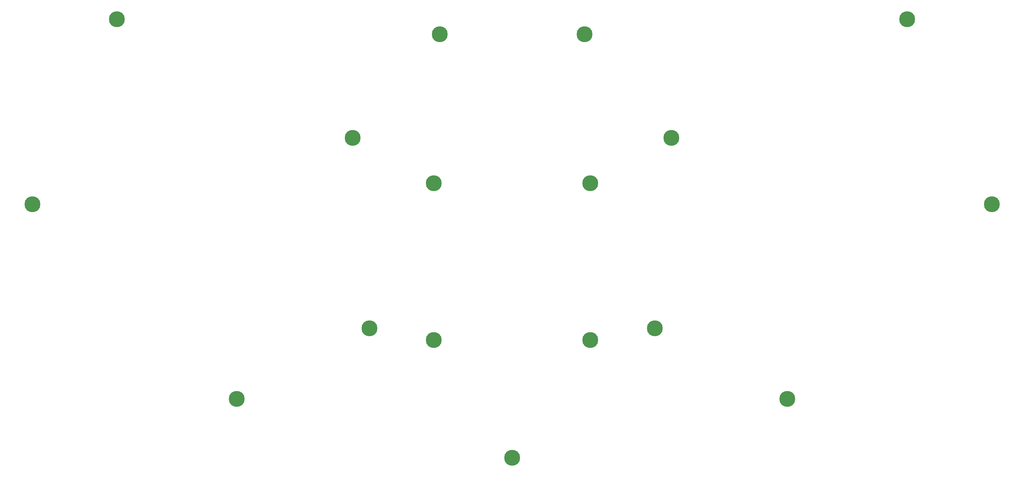
<source format=gbr>
%TF.GenerationSoftware,KiCad,Pcbnew,8.0.1*%
%TF.CreationDate,2024-05-19T15:37:59+09:00*%
%TF.ProjectId,top_plate,746f705f-706c-4617-9465-2e6b69636164,v1.0.0*%
%TF.SameCoordinates,Original*%
%TF.FileFunction,Soldermask,Bot*%
%TF.FilePolarity,Negative*%
%FSLAX46Y46*%
G04 Gerber Fmt 4.6, Leading zero omitted, Abs format (unit mm)*
G04 Created by KiCad (PCBNEW 8.0.1) date 2024-05-19 15:37:59*
%MOMM*%
%LPD*%
G01*
G04 APERTURE LIST*
%ADD10C,0.800000*%
%ADD11C,4.500000*%
G04 APERTURE END LIST*
D10*
%TO.C,_1*%
X205898600Y-170614941D03*
D11*
X204731874Y-169448215D03*
D10*
X204731874Y-171098215D03*
X205898600Y-168281489D03*
X203081874Y-169448215D03*
X203565148Y-168281489D03*
X203565148Y-170614941D03*
X206381874Y-169448215D03*
X204731874Y-167798215D03*
%TD*%
%TO.C,_2*%
X161768600Y-170614941D03*
D11*
X160601874Y-169448215D03*
D10*
X160601874Y-171098215D03*
X161768600Y-168281489D03*
X158951874Y-169448215D03*
X159435148Y-168281489D03*
X159435148Y-170614941D03*
X162251874Y-169448215D03*
X160601874Y-167798215D03*
%TD*%
%TO.C,_3*%
X205898600Y-214744941D03*
D11*
X204731874Y-213578215D03*
D10*
X204731874Y-215228215D03*
X205898600Y-212411489D03*
X203081874Y-213578215D03*
X203565148Y-212411489D03*
X203565148Y-214744941D03*
X206381874Y-213578215D03*
X204731874Y-211928215D03*
%TD*%
%TO.C,_4*%
X161768600Y-214744941D03*
D11*
X160601874Y-213578215D03*
D10*
X160601874Y-215228215D03*
X161768600Y-212411489D03*
X158951874Y-213578215D03*
X159435148Y-212411489D03*
X159435148Y-214744941D03*
X162251874Y-213578215D03*
X160601874Y-211928215D03*
%TD*%
%TO.C,_5*%
X71431234Y-124858079D03*
D11*
X71287427Y-123214358D03*
D10*
X70226827Y-124478331D03*
X72931148Y-123070551D03*
X70023454Y-122153758D03*
X71143620Y-121570637D03*
X69643706Y-123358165D03*
X72551400Y-124274958D03*
X72348027Y-121950385D03*
%TD*%
%TO.C,_6*%
X47594949Y-176974288D03*
D11*
X47451142Y-175330567D03*
D10*
X46390542Y-176594540D03*
X49094863Y-175186760D03*
X46187169Y-174269967D03*
X47307335Y-173686846D03*
X45807421Y-175474374D03*
X48715115Y-176391167D03*
X48511742Y-174066594D03*
%TD*%
%TO.C,_7*%
X137905785Y-158255643D03*
D11*
X137761978Y-156611922D03*
D10*
X136701378Y-157875895D03*
X139405699Y-156468115D03*
X136498005Y-155551322D03*
X137618171Y-154968201D03*
X136118257Y-156755729D03*
X139025951Y-157672522D03*
X138822578Y-155347949D03*
%TD*%
%TO.C,_8*%
X162395992Y-129069349D03*
D11*
X162252185Y-127425628D03*
D10*
X161191585Y-128689601D03*
X163895906Y-127281821D03*
X160988212Y-126365028D03*
X162108378Y-125781907D03*
X160608464Y-127569435D03*
X163516158Y-128486228D03*
X163312785Y-126161655D03*
%TD*%
%TO.C,_9*%
X142601870Y-211932144D03*
D11*
X142458063Y-210288423D03*
D10*
X141397463Y-211552396D03*
X144101784Y-210144616D03*
X141194090Y-209227823D03*
X142314256Y-208644702D03*
X140814342Y-210432230D03*
X143722036Y-211349023D03*
X143518663Y-209024450D03*
%TD*%
%TO.C,_10*%
X104377986Y-231691493D03*
D11*
X105075306Y-230196085D03*
D10*
X103524813Y-230760418D03*
X106570714Y-230893405D03*
X104510973Y-228645592D03*
X105772626Y-228700677D03*
X103579898Y-229498765D03*
X105639639Y-231746578D03*
X106625799Y-229631752D03*
%TD*%
%TO.C,_11*%
X295690041Y-123358165D03*
D11*
X294046320Y-123214358D03*
D10*
X295106920Y-124478331D03*
X294190127Y-121570637D03*
X292782347Y-124274958D03*
X292402599Y-123070551D03*
X293902513Y-124858079D03*
X295310293Y-122153758D03*
X292985720Y-121950385D03*
%TD*%
%TO.C,_12*%
X319526326Y-175474374D03*
D11*
X317882605Y-175330567D03*
D10*
X318943205Y-176594540D03*
X318026412Y-173686846D03*
X316618632Y-176391167D03*
X316238884Y-175186760D03*
X317738798Y-176974288D03*
X319146578Y-174269967D03*
X316822005Y-174066594D03*
%TD*%
%TO.C,_13*%
X229215491Y-156755729D03*
D11*
X227571770Y-156611922D03*
D10*
X228632370Y-157875895D03*
X227715577Y-154968201D03*
X226307797Y-157672522D03*
X225928049Y-156468115D03*
X227427963Y-158255643D03*
X228835743Y-155551322D03*
X226511170Y-155347949D03*
%TD*%
%TO.C,_14*%
X204725283Y-127569435D03*
D11*
X203081562Y-127425628D03*
D10*
X204142162Y-128689601D03*
X203225369Y-125781907D03*
X201817589Y-128486228D03*
X201437841Y-127281821D03*
X202937755Y-129069349D03*
X204345535Y-126365028D03*
X202020962Y-126161655D03*
%TD*%
%TO.C,_15*%
X224519405Y-210432230D03*
D11*
X222875684Y-210288423D03*
D10*
X223936284Y-211552396D03*
X223019491Y-208644702D03*
X221611711Y-211349023D03*
X221231963Y-210144616D03*
X222731877Y-211932144D03*
X224139657Y-209227823D03*
X221815084Y-209024450D03*
%TD*%
%TO.C,_16*%
X261753849Y-229498765D03*
D11*
X260258441Y-230196085D03*
D10*
X261808934Y-230760418D03*
X259561121Y-228700677D03*
X259694108Y-231746578D03*
X258763033Y-230893405D03*
X260955761Y-231691493D03*
X260822774Y-228645592D03*
X258707948Y-229631752D03*
%TD*%
%TO.C,_17*%
X183833600Y-247924941D03*
D11*
X182666874Y-246758215D03*
D10*
X182666874Y-248408215D03*
X183833600Y-245591489D03*
X181016874Y-246758215D03*
X181500148Y-245591489D03*
X181500148Y-247924941D03*
X184316874Y-246758215D03*
X182666874Y-245108215D03*
%TD*%
M02*

</source>
